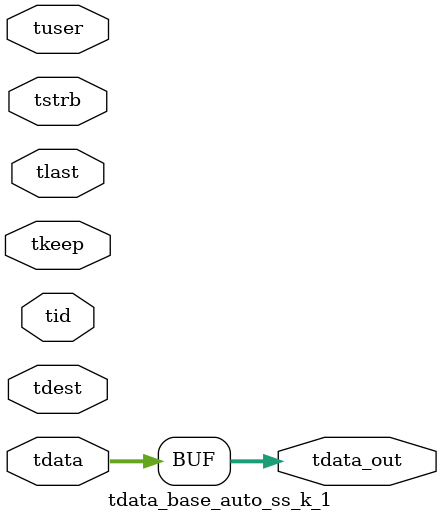
<source format=v>


`timescale 1ps/1ps

module tdata_base_auto_ss_k_1 #
(
parameter C_S_AXIS_TDATA_WIDTH = 32,
parameter C_S_AXIS_TUSER_WIDTH = 0,
parameter C_S_AXIS_TID_WIDTH   = 0,
parameter C_S_AXIS_TDEST_WIDTH = 0,
parameter C_M_AXIS_TDATA_WIDTH = 32
)
(
input  [(C_S_AXIS_TDATA_WIDTH == 0 ? 1 : C_S_AXIS_TDATA_WIDTH)-1:0     ] tdata,
input  [(C_S_AXIS_TUSER_WIDTH == 0 ? 1 : C_S_AXIS_TUSER_WIDTH)-1:0     ] tuser,
input  [(C_S_AXIS_TID_WIDTH   == 0 ? 1 : C_S_AXIS_TID_WIDTH)-1:0       ] tid,
input  [(C_S_AXIS_TDEST_WIDTH == 0 ? 1 : C_S_AXIS_TDEST_WIDTH)-1:0     ] tdest,
input  [(C_S_AXIS_TDATA_WIDTH/8)-1:0 ] tkeep,
input  [(C_S_AXIS_TDATA_WIDTH/8)-1:0 ] tstrb,
input                                                                    tlast,
output [C_M_AXIS_TDATA_WIDTH-1:0] tdata_out
);

assign tdata_out = {tdata[31:0]};

endmodule


</source>
